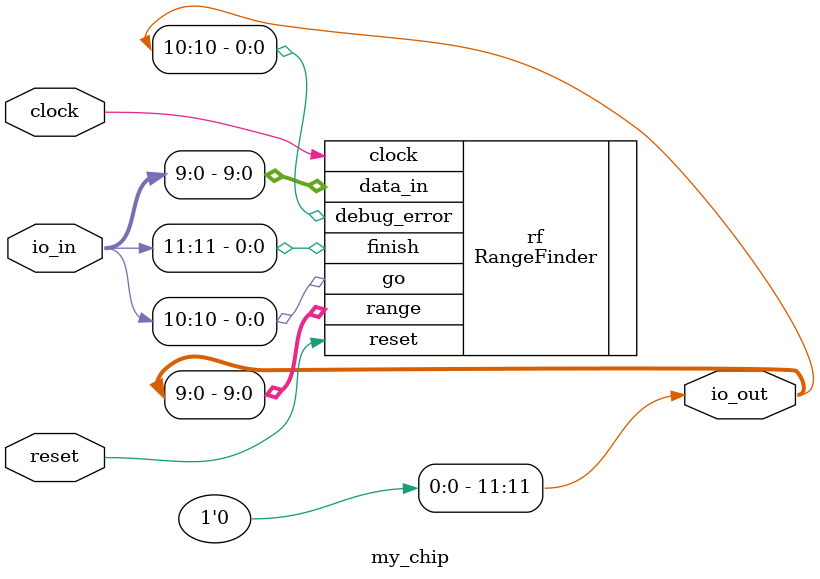
<source format=sv>
`default_nettype none

module my_chip (
    input  logic [11:0] io_in, // Inputs to your chip
    output logic [11:0] io_out, // Outputs from your chip
    input  logic clock,
    input  logic reset // Important: Reset is ACTIVE-HIGH
);

  logic go;
  logic finish;
  logic debug_error;

  assign io_out[11] = 1'b0;

  RangeFinder #(
    .WIDTH(10)
  ) rf (
    .data_in(io_in[9:0]),
    .clock,
    .reset,
    .go(io_in[10]),
    .finish(io_in[11]),
    .range(io_out[9:0]),
    .debug_error(io_out[10])
  );

endmodule

</source>
